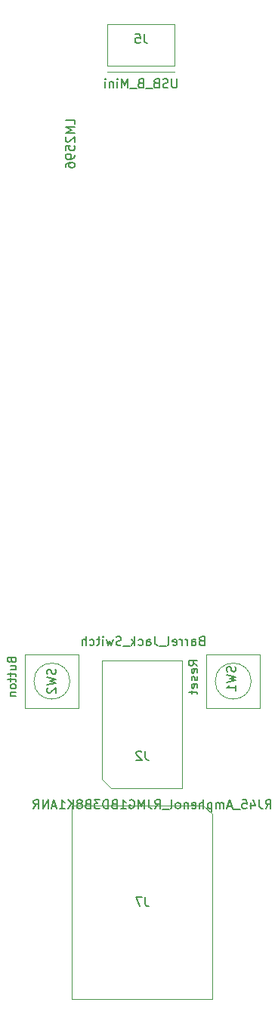
<source format=gbr>
%TF.GenerationSoftware,KiCad,Pcbnew,6.0.5-a6ca702e91~116~ubuntu20.04.1*%
%TF.CreationDate,2022-06-28T21:19:44+02:00*%
%TF.ProjectId,MCH-light,4d43482d-6c69-4676-9874-2e6b69636164,rev?*%
%TF.SameCoordinates,Original*%
%TF.FileFunction,AssemblyDrawing,Bot*%
%FSLAX46Y46*%
G04 Gerber Fmt 4.6, Leading zero omitted, Abs format (unit mm)*
G04 Created by KiCad (PCBNEW 6.0.5-a6ca702e91~116~ubuntu20.04.1) date 2022-06-28 21:19:44*
%MOMM*%
%LPD*%
G01*
G04 APERTURE LIST*
%ADD10C,0.150000*%
%ADD11C,0.100000*%
G04 APERTURE END LIST*
D10*
%TO.C,J2*%
X136571809Y-89082571D02*
X136428952Y-89130190D01*
X136381333Y-89177809D01*
X136333714Y-89273047D01*
X136333714Y-89415904D01*
X136381333Y-89511142D01*
X136428952Y-89558761D01*
X136524190Y-89606380D01*
X136905142Y-89606380D01*
X136905142Y-88606380D01*
X136571809Y-88606380D01*
X136476571Y-88654000D01*
X136428952Y-88701619D01*
X136381333Y-88796857D01*
X136381333Y-88892095D01*
X136428952Y-88987333D01*
X136476571Y-89034952D01*
X136571809Y-89082571D01*
X136905142Y-89082571D01*
X135476571Y-89606380D02*
X135476571Y-89082571D01*
X135524190Y-88987333D01*
X135619428Y-88939714D01*
X135809904Y-88939714D01*
X135905142Y-88987333D01*
X135476571Y-89558761D02*
X135571809Y-89606380D01*
X135809904Y-89606380D01*
X135905142Y-89558761D01*
X135952761Y-89463523D01*
X135952761Y-89368285D01*
X135905142Y-89273047D01*
X135809904Y-89225428D01*
X135571809Y-89225428D01*
X135476571Y-89177809D01*
X135000380Y-89606380D02*
X135000380Y-88939714D01*
X135000380Y-89130190D02*
X134952761Y-89034952D01*
X134905142Y-88987333D01*
X134809904Y-88939714D01*
X134714666Y-88939714D01*
X134381333Y-89606380D02*
X134381333Y-88939714D01*
X134381333Y-89130190D02*
X134333714Y-89034952D01*
X134286095Y-88987333D01*
X134190857Y-88939714D01*
X134095619Y-88939714D01*
X133381333Y-89558761D02*
X133476571Y-89606380D01*
X133667047Y-89606380D01*
X133762285Y-89558761D01*
X133809904Y-89463523D01*
X133809904Y-89082571D01*
X133762285Y-88987333D01*
X133667047Y-88939714D01*
X133476571Y-88939714D01*
X133381333Y-88987333D01*
X133333714Y-89082571D01*
X133333714Y-89177809D01*
X133809904Y-89273047D01*
X132762285Y-89606380D02*
X132857523Y-89558761D01*
X132905142Y-89463523D01*
X132905142Y-88606380D01*
X132619428Y-89701619D02*
X131857523Y-89701619D01*
X131333714Y-88606380D02*
X131333714Y-89320666D01*
X131381333Y-89463523D01*
X131476571Y-89558761D01*
X131619428Y-89606380D01*
X131714666Y-89606380D01*
X130428952Y-89606380D02*
X130428952Y-89082571D01*
X130476571Y-88987333D01*
X130571809Y-88939714D01*
X130762285Y-88939714D01*
X130857523Y-88987333D01*
X130428952Y-89558761D02*
X130524190Y-89606380D01*
X130762285Y-89606380D01*
X130857523Y-89558761D01*
X130905142Y-89463523D01*
X130905142Y-89368285D01*
X130857523Y-89273047D01*
X130762285Y-89225428D01*
X130524190Y-89225428D01*
X130428952Y-89177809D01*
X129524190Y-89558761D02*
X129619428Y-89606380D01*
X129809904Y-89606380D01*
X129905142Y-89558761D01*
X129952761Y-89511142D01*
X130000380Y-89415904D01*
X130000380Y-89130190D01*
X129952761Y-89034952D01*
X129905142Y-88987333D01*
X129809904Y-88939714D01*
X129619428Y-88939714D01*
X129524190Y-88987333D01*
X129095619Y-89606380D02*
X129095619Y-88606380D01*
X129000380Y-89225428D02*
X128714666Y-89606380D01*
X128714666Y-88939714D02*
X129095619Y-89320666D01*
X128524190Y-89701619D02*
X127762285Y-89701619D01*
X127571809Y-89558761D02*
X127428952Y-89606380D01*
X127190857Y-89606380D01*
X127095619Y-89558761D01*
X127048000Y-89511142D01*
X127000380Y-89415904D01*
X127000380Y-89320666D01*
X127048000Y-89225428D01*
X127095619Y-89177809D01*
X127190857Y-89130190D01*
X127381333Y-89082571D01*
X127476571Y-89034952D01*
X127524190Y-88987333D01*
X127571809Y-88892095D01*
X127571809Y-88796857D01*
X127524190Y-88701619D01*
X127476571Y-88654000D01*
X127381333Y-88606380D01*
X127143238Y-88606380D01*
X127000380Y-88654000D01*
X126667047Y-88939714D02*
X126476571Y-89606380D01*
X126286095Y-89130190D01*
X126095619Y-89606380D01*
X125905142Y-88939714D01*
X125524190Y-89606380D02*
X125524190Y-88939714D01*
X125524190Y-88606380D02*
X125571809Y-88654000D01*
X125524190Y-88701619D01*
X125476571Y-88654000D01*
X125524190Y-88606380D01*
X125524190Y-88701619D01*
X125190857Y-88939714D02*
X124809904Y-88939714D01*
X125048000Y-88606380D02*
X125048000Y-89463523D01*
X125000380Y-89558761D01*
X124905142Y-89606380D01*
X124809904Y-89606380D01*
X124048000Y-89558761D02*
X124143238Y-89606380D01*
X124333714Y-89606380D01*
X124428952Y-89558761D01*
X124476571Y-89511142D01*
X124524190Y-89415904D01*
X124524190Y-89130190D01*
X124476571Y-89034952D01*
X124428952Y-88987333D01*
X124333714Y-88939714D01*
X124143238Y-88939714D01*
X124048000Y-88987333D01*
X123619428Y-89606380D02*
X123619428Y-88606380D01*
X123190857Y-89606380D02*
X123190857Y-89082571D01*
X123238476Y-88987333D01*
X123333714Y-88939714D01*
X123476571Y-88939714D01*
X123571809Y-88987333D01*
X123619428Y-89034952D01*
X130269333Y-101443397D02*
X130269333Y-102157683D01*
X130316952Y-102300540D01*
X130412190Y-102395778D01*
X130555047Y-102443397D01*
X130650285Y-102443397D01*
X129840761Y-101538636D02*
X129793142Y-101491017D01*
X129697904Y-101443397D01*
X129459809Y-101443397D01*
X129364571Y-101491017D01*
X129316952Y-101538636D01*
X129269333Y-101633874D01*
X129269333Y-101729112D01*
X129316952Y-101871969D01*
X129888380Y-102443397D01*
X129269333Y-102443397D01*
%TO.C,U6*%
X122348380Y-31225333D02*
X122348380Y-30749142D01*
X121348380Y-30749142D01*
X122348380Y-31558666D02*
X121348380Y-31558666D01*
X122062666Y-31892000D01*
X121348380Y-32225333D01*
X122348380Y-32225333D01*
X121443619Y-32653904D02*
X121396000Y-32701523D01*
X121348380Y-32796761D01*
X121348380Y-33034857D01*
X121396000Y-33130095D01*
X121443619Y-33177714D01*
X121538857Y-33225333D01*
X121634095Y-33225333D01*
X121776952Y-33177714D01*
X122348380Y-32606285D01*
X122348380Y-33225333D01*
X121348380Y-34130095D02*
X121348380Y-33653904D01*
X121824571Y-33606285D01*
X121776952Y-33653904D01*
X121729333Y-33749142D01*
X121729333Y-33987238D01*
X121776952Y-34082476D01*
X121824571Y-34130095D01*
X121919809Y-34177714D01*
X122157904Y-34177714D01*
X122253142Y-34130095D01*
X122300761Y-34082476D01*
X122348380Y-33987238D01*
X122348380Y-33749142D01*
X122300761Y-33653904D01*
X122253142Y-33606285D01*
X122348380Y-34653904D02*
X122348380Y-34844380D01*
X122300761Y-34939619D01*
X122253142Y-34987238D01*
X122110285Y-35082476D01*
X121919809Y-35130095D01*
X121538857Y-35130095D01*
X121443619Y-35082476D01*
X121396000Y-35034857D01*
X121348380Y-34939619D01*
X121348380Y-34749142D01*
X121396000Y-34653904D01*
X121443619Y-34606285D01*
X121538857Y-34558666D01*
X121776952Y-34558666D01*
X121872190Y-34606285D01*
X121919809Y-34653904D01*
X121967428Y-34749142D01*
X121967428Y-34939619D01*
X121919809Y-35034857D01*
X121872190Y-35082476D01*
X121776952Y-35130095D01*
X121348380Y-35987238D02*
X121348380Y-35796761D01*
X121396000Y-35701523D01*
X121443619Y-35653904D01*
X121586476Y-35558666D01*
X121776952Y-35511047D01*
X122157904Y-35511047D01*
X122253142Y-35558666D01*
X122300761Y-35606285D01*
X122348380Y-35701523D01*
X122348380Y-35892000D01*
X122300761Y-35987238D01*
X122253142Y-36034857D01*
X122157904Y-36082476D01*
X121919809Y-36082476D01*
X121824571Y-36034857D01*
X121776952Y-35987238D01*
X121729333Y-35892000D01*
X121729333Y-35701523D01*
X121776952Y-35606285D01*
X121824571Y-35558666D01*
X121919809Y-35511047D01*
%TO.C,SW1*%
X136126380Y-91874921D02*
X135650190Y-91541588D01*
X136126380Y-91303493D02*
X135126380Y-91303493D01*
X135126380Y-91684445D01*
X135174000Y-91779683D01*
X135221619Y-91827302D01*
X135316857Y-91874921D01*
X135459714Y-91874921D01*
X135554952Y-91827302D01*
X135602571Y-91779683D01*
X135650190Y-91684445D01*
X135650190Y-91303493D01*
X136078761Y-92684445D02*
X136126380Y-92589207D01*
X136126380Y-92398731D01*
X136078761Y-92303493D01*
X135983523Y-92255874D01*
X135602571Y-92255874D01*
X135507333Y-92303493D01*
X135459714Y-92398731D01*
X135459714Y-92589207D01*
X135507333Y-92684445D01*
X135602571Y-92732064D01*
X135697809Y-92732064D01*
X135793047Y-92255874D01*
X136078761Y-93113017D02*
X136126380Y-93208255D01*
X136126380Y-93398731D01*
X136078761Y-93493969D01*
X135983523Y-93541588D01*
X135935904Y-93541588D01*
X135840666Y-93493969D01*
X135793047Y-93398731D01*
X135793047Y-93255874D01*
X135745428Y-93160636D01*
X135650190Y-93113017D01*
X135602571Y-93113017D01*
X135507333Y-93160636D01*
X135459714Y-93255874D01*
X135459714Y-93398731D01*
X135507333Y-93493969D01*
X136078761Y-94351112D02*
X136126380Y-94255874D01*
X136126380Y-94065397D01*
X136078761Y-93970159D01*
X135983523Y-93922540D01*
X135602571Y-93922540D01*
X135507333Y-93970159D01*
X135459714Y-94065397D01*
X135459714Y-94255874D01*
X135507333Y-94351112D01*
X135602571Y-94398731D01*
X135697809Y-94398731D01*
X135793047Y-93922540D01*
X135459714Y-94684445D02*
X135459714Y-95065397D01*
X135126380Y-94827302D02*
X135983523Y-94827302D01*
X136078761Y-94874921D01*
X136126380Y-94970159D01*
X136126380Y-95065397D01*
X140358761Y-91993683D02*
X140406380Y-92136540D01*
X140406380Y-92374636D01*
X140358761Y-92469874D01*
X140311142Y-92517493D01*
X140215904Y-92565112D01*
X140120666Y-92565112D01*
X140025428Y-92517493D01*
X139977809Y-92469874D01*
X139930190Y-92374636D01*
X139882571Y-92184159D01*
X139834952Y-92088921D01*
X139787333Y-92041302D01*
X139692095Y-91993683D01*
X139596857Y-91993683D01*
X139501619Y-92041302D01*
X139454000Y-92088921D01*
X139406380Y-92184159D01*
X139406380Y-92422255D01*
X139454000Y-92565112D01*
X139406380Y-92898445D02*
X140406380Y-93136540D01*
X139692095Y-93327017D01*
X140406380Y-93517493D01*
X139406380Y-93755588D01*
X140406380Y-94660350D02*
X140406380Y-94088921D01*
X140406380Y-94374636D02*
X139406380Y-94374636D01*
X139549238Y-94279397D01*
X139644476Y-94184159D01*
X139692095Y-94088921D01*
%TO.C,SW2*%
X115282571Y-91255874D02*
X115330190Y-91398731D01*
X115377809Y-91446350D01*
X115473047Y-91493969D01*
X115615904Y-91493969D01*
X115711142Y-91446350D01*
X115758761Y-91398731D01*
X115806380Y-91303493D01*
X115806380Y-90922540D01*
X114806380Y-90922540D01*
X114806380Y-91255874D01*
X114854000Y-91351112D01*
X114901619Y-91398731D01*
X114996857Y-91446350D01*
X115092095Y-91446350D01*
X115187333Y-91398731D01*
X115234952Y-91351112D01*
X115282571Y-91255874D01*
X115282571Y-90922540D01*
X115139714Y-92351112D02*
X115806380Y-92351112D01*
X115139714Y-91922540D02*
X115663523Y-91922540D01*
X115758761Y-91970159D01*
X115806380Y-92065397D01*
X115806380Y-92208255D01*
X115758761Y-92303493D01*
X115711142Y-92351112D01*
X115139714Y-92684445D02*
X115139714Y-93065397D01*
X114806380Y-92827302D02*
X115663523Y-92827302D01*
X115758761Y-92874921D01*
X115806380Y-92970159D01*
X115806380Y-93065397D01*
X115139714Y-93255874D02*
X115139714Y-93636826D01*
X114806380Y-93398731D02*
X115663523Y-93398731D01*
X115758761Y-93446350D01*
X115806380Y-93541588D01*
X115806380Y-93636826D01*
X115806380Y-94113017D02*
X115758761Y-94017778D01*
X115711142Y-93970159D01*
X115615904Y-93922540D01*
X115330190Y-93922540D01*
X115234952Y-93970159D01*
X115187333Y-94017778D01*
X115139714Y-94113017D01*
X115139714Y-94255874D01*
X115187333Y-94351112D01*
X115234952Y-94398731D01*
X115330190Y-94446350D01*
X115615904Y-94446350D01*
X115711142Y-94398731D01*
X115758761Y-94351112D01*
X115806380Y-94255874D01*
X115806380Y-94113017D01*
X115139714Y-94874921D02*
X115806380Y-94874921D01*
X115234952Y-94874921D02*
X115187333Y-94922540D01*
X115139714Y-95017778D01*
X115139714Y-95160636D01*
X115187333Y-95255874D01*
X115282571Y-95303493D01*
X115806380Y-95303493D01*
X120208761Y-92279683D02*
X120256380Y-92422540D01*
X120256380Y-92660636D01*
X120208761Y-92755874D01*
X120161142Y-92803493D01*
X120065904Y-92851112D01*
X119970666Y-92851112D01*
X119875428Y-92803493D01*
X119827809Y-92755874D01*
X119780190Y-92660636D01*
X119732571Y-92470159D01*
X119684952Y-92374921D01*
X119637333Y-92327302D01*
X119542095Y-92279683D01*
X119446857Y-92279683D01*
X119351619Y-92327302D01*
X119304000Y-92374921D01*
X119256380Y-92470159D01*
X119256380Y-92708255D01*
X119304000Y-92851112D01*
X119256380Y-93184445D02*
X120256380Y-93422540D01*
X119542095Y-93613017D01*
X120256380Y-93803493D01*
X119256380Y-94041588D01*
X119351619Y-94374921D02*
X119304000Y-94422540D01*
X119256380Y-94517778D01*
X119256380Y-94755874D01*
X119304000Y-94851112D01*
X119351619Y-94898731D01*
X119446857Y-94946350D01*
X119542095Y-94946350D01*
X119684952Y-94898731D01*
X120256380Y-94327302D01*
X120256380Y-94946350D01*
%TO.C,J5*%
X133817809Y-26133397D02*
X133817809Y-26942921D01*
X133770190Y-27038159D01*
X133722571Y-27085778D01*
X133627333Y-27133397D01*
X133436857Y-27133397D01*
X133341619Y-27085778D01*
X133294000Y-27038159D01*
X133246380Y-26942921D01*
X133246380Y-26133397D01*
X132817809Y-27085778D02*
X132674952Y-27133397D01*
X132436857Y-27133397D01*
X132341619Y-27085778D01*
X132294000Y-27038159D01*
X132246380Y-26942921D01*
X132246380Y-26847683D01*
X132294000Y-26752445D01*
X132341619Y-26704826D01*
X132436857Y-26657207D01*
X132627333Y-26609588D01*
X132722571Y-26561969D01*
X132770190Y-26514350D01*
X132817809Y-26419112D01*
X132817809Y-26323874D01*
X132770190Y-26228636D01*
X132722571Y-26181017D01*
X132627333Y-26133397D01*
X132389238Y-26133397D01*
X132246380Y-26181017D01*
X131484476Y-26609588D02*
X131341619Y-26657207D01*
X131294000Y-26704826D01*
X131246380Y-26800064D01*
X131246380Y-26942921D01*
X131294000Y-27038159D01*
X131341619Y-27085778D01*
X131436857Y-27133397D01*
X131817809Y-27133397D01*
X131817809Y-26133397D01*
X131484476Y-26133397D01*
X131389238Y-26181017D01*
X131341619Y-26228636D01*
X131294000Y-26323874D01*
X131294000Y-26419112D01*
X131341619Y-26514350D01*
X131389238Y-26561969D01*
X131484476Y-26609588D01*
X131817809Y-26609588D01*
X131055904Y-27228636D02*
X130294000Y-27228636D01*
X129722571Y-26609588D02*
X129579714Y-26657207D01*
X129532095Y-26704826D01*
X129484476Y-26800064D01*
X129484476Y-26942921D01*
X129532095Y-27038159D01*
X129579714Y-27085778D01*
X129674952Y-27133397D01*
X130055904Y-27133397D01*
X130055904Y-26133397D01*
X129722571Y-26133397D01*
X129627333Y-26181017D01*
X129579714Y-26228636D01*
X129532095Y-26323874D01*
X129532095Y-26419112D01*
X129579714Y-26514350D01*
X129627333Y-26561969D01*
X129722571Y-26609588D01*
X130055904Y-26609588D01*
X129294000Y-27228636D02*
X128532095Y-27228636D01*
X128294000Y-27133397D02*
X128294000Y-26133397D01*
X127960666Y-26847683D01*
X127627333Y-26133397D01*
X127627333Y-27133397D01*
X127151142Y-27133397D02*
X127151142Y-26466731D01*
X127151142Y-26133397D02*
X127198761Y-26181017D01*
X127151142Y-26228636D01*
X127103523Y-26181017D01*
X127151142Y-26133397D01*
X127151142Y-26228636D01*
X126674952Y-26466731D02*
X126674952Y-27133397D01*
X126674952Y-26561969D02*
X126627333Y-26514350D01*
X126532095Y-26466731D01*
X126389238Y-26466731D01*
X126294000Y-26514350D01*
X126246380Y-26609588D01*
X126246380Y-27133397D01*
X125770190Y-27133397D02*
X125770190Y-26466731D01*
X125770190Y-26133397D02*
X125817809Y-26181017D01*
X125770190Y-26228636D01*
X125722571Y-26181017D01*
X125770190Y-26133397D01*
X125770190Y-26228636D01*
X130127333Y-21133397D02*
X130127333Y-21847683D01*
X130174952Y-21990540D01*
X130270190Y-22085778D01*
X130413047Y-22133397D01*
X130508285Y-22133397D01*
X129174952Y-21133397D02*
X129651142Y-21133397D01*
X129698761Y-21609588D01*
X129651142Y-21561969D01*
X129555904Y-21514350D01*
X129317809Y-21514350D01*
X129222571Y-21561969D01*
X129174952Y-21609588D01*
X129127333Y-21704826D01*
X129127333Y-21942921D01*
X129174952Y-22038159D01*
X129222571Y-22085778D01*
X129317809Y-22133397D01*
X129555904Y-22133397D01*
X129651142Y-22085778D01*
X129698761Y-22038159D01*
%TO.C,J7*%
X143754476Y-107894380D02*
X144087809Y-107418190D01*
X144325904Y-107894380D02*
X144325904Y-106894380D01*
X143944952Y-106894380D01*
X143849714Y-106942000D01*
X143802095Y-106989619D01*
X143754476Y-107084857D01*
X143754476Y-107227714D01*
X143802095Y-107322952D01*
X143849714Y-107370571D01*
X143944952Y-107418190D01*
X144325904Y-107418190D01*
X143040190Y-106894380D02*
X143040190Y-107608666D01*
X143087809Y-107751523D01*
X143183047Y-107846761D01*
X143325904Y-107894380D01*
X143421142Y-107894380D01*
X142135428Y-107227714D02*
X142135428Y-107894380D01*
X142373523Y-106846761D02*
X142611619Y-107561047D01*
X141992571Y-107561047D01*
X141135428Y-106894380D02*
X141611619Y-106894380D01*
X141659238Y-107370571D01*
X141611619Y-107322952D01*
X141516380Y-107275333D01*
X141278285Y-107275333D01*
X141183047Y-107322952D01*
X141135428Y-107370571D01*
X141087809Y-107465809D01*
X141087809Y-107703904D01*
X141135428Y-107799142D01*
X141183047Y-107846761D01*
X141278285Y-107894380D01*
X141516380Y-107894380D01*
X141611619Y-107846761D01*
X141659238Y-107799142D01*
X140897333Y-107989619D02*
X140135428Y-107989619D01*
X139944952Y-107608666D02*
X139468761Y-107608666D01*
X140040190Y-107894380D02*
X139706857Y-106894380D01*
X139373523Y-107894380D01*
X139040190Y-107894380D02*
X139040190Y-107227714D01*
X139040190Y-107322952D02*
X138992571Y-107275333D01*
X138897333Y-107227714D01*
X138754476Y-107227714D01*
X138659238Y-107275333D01*
X138611619Y-107370571D01*
X138611619Y-107894380D01*
X138611619Y-107370571D02*
X138564000Y-107275333D01*
X138468761Y-107227714D01*
X138325904Y-107227714D01*
X138230666Y-107275333D01*
X138183047Y-107370571D01*
X138183047Y-107894380D01*
X137706857Y-107227714D02*
X137706857Y-108227714D01*
X137706857Y-107275333D02*
X137611619Y-107227714D01*
X137421142Y-107227714D01*
X137325904Y-107275333D01*
X137278285Y-107322952D01*
X137230666Y-107418190D01*
X137230666Y-107703904D01*
X137278285Y-107799142D01*
X137325904Y-107846761D01*
X137421142Y-107894380D01*
X137611619Y-107894380D01*
X137706857Y-107846761D01*
X136802095Y-107894380D02*
X136802095Y-106894380D01*
X136373523Y-107894380D02*
X136373523Y-107370571D01*
X136421142Y-107275333D01*
X136516380Y-107227714D01*
X136659238Y-107227714D01*
X136754476Y-107275333D01*
X136802095Y-107322952D01*
X135516380Y-107846761D02*
X135611619Y-107894380D01*
X135802095Y-107894380D01*
X135897333Y-107846761D01*
X135944952Y-107751523D01*
X135944952Y-107370571D01*
X135897333Y-107275333D01*
X135802095Y-107227714D01*
X135611619Y-107227714D01*
X135516380Y-107275333D01*
X135468761Y-107370571D01*
X135468761Y-107465809D01*
X135944952Y-107561047D01*
X135040190Y-107227714D02*
X135040190Y-107894380D01*
X135040190Y-107322952D02*
X134992571Y-107275333D01*
X134897333Y-107227714D01*
X134754476Y-107227714D01*
X134659238Y-107275333D01*
X134611619Y-107370571D01*
X134611619Y-107894380D01*
X133992571Y-107894380D02*
X134087809Y-107846761D01*
X134135428Y-107799142D01*
X134183047Y-107703904D01*
X134183047Y-107418190D01*
X134135428Y-107322952D01*
X134087809Y-107275333D01*
X133992571Y-107227714D01*
X133849714Y-107227714D01*
X133754476Y-107275333D01*
X133706857Y-107322952D01*
X133659238Y-107418190D01*
X133659238Y-107703904D01*
X133706857Y-107799142D01*
X133754476Y-107846761D01*
X133849714Y-107894380D01*
X133992571Y-107894380D01*
X133087809Y-107894380D02*
X133183047Y-107846761D01*
X133230666Y-107751523D01*
X133230666Y-106894380D01*
X132944952Y-107989619D02*
X132183047Y-107989619D01*
X131373523Y-107894380D02*
X131706857Y-107418190D01*
X131944952Y-107894380D02*
X131944952Y-106894380D01*
X131564000Y-106894380D01*
X131468761Y-106942000D01*
X131421142Y-106989619D01*
X131373523Y-107084857D01*
X131373523Y-107227714D01*
X131421142Y-107322952D01*
X131468761Y-107370571D01*
X131564000Y-107418190D01*
X131944952Y-107418190D01*
X130659238Y-106894380D02*
X130659238Y-107608666D01*
X130706857Y-107751523D01*
X130802095Y-107846761D01*
X130944952Y-107894380D01*
X131040190Y-107894380D01*
X130183047Y-107894380D02*
X130183047Y-106894380D01*
X129849714Y-107608666D01*
X129516380Y-106894380D01*
X129516380Y-107894380D01*
X128516380Y-106942000D02*
X128611619Y-106894380D01*
X128754476Y-106894380D01*
X128897333Y-106942000D01*
X128992571Y-107037238D01*
X129040190Y-107132476D01*
X129087809Y-107322952D01*
X129087809Y-107465809D01*
X129040190Y-107656285D01*
X128992571Y-107751523D01*
X128897333Y-107846761D01*
X128754476Y-107894380D01*
X128659238Y-107894380D01*
X128516380Y-107846761D01*
X128468761Y-107799142D01*
X128468761Y-107465809D01*
X128659238Y-107465809D01*
X127516380Y-107894380D02*
X128087809Y-107894380D01*
X127802095Y-107894380D02*
X127802095Y-106894380D01*
X127897333Y-107037238D01*
X127992571Y-107132476D01*
X128087809Y-107180095D01*
X126754476Y-107370571D02*
X126611619Y-107418190D01*
X126564000Y-107465809D01*
X126516380Y-107561047D01*
X126516380Y-107703904D01*
X126564000Y-107799142D01*
X126611619Y-107846761D01*
X126706857Y-107894380D01*
X127087809Y-107894380D01*
X127087809Y-106894380D01*
X126754476Y-106894380D01*
X126659238Y-106942000D01*
X126611619Y-106989619D01*
X126564000Y-107084857D01*
X126564000Y-107180095D01*
X126611619Y-107275333D01*
X126659238Y-107322952D01*
X126754476Y-107370571D01*
X127087809Y-107370571D01*
X126087809Y-107894380D02*
X126087809Y-106894380D01*
X125849714Y-106894380D01*
X125706857Y-106942000D01*
X125611619Y-107037238D01*
X125564000Y-107132476D01*
X125516380Y-107322952D01*
X125516380Y-107465809D01*
X125564000Y-107656285D01*
X125611619Y-107751523D01*
X125706857Y-107846761D01*
X125849714Y-107894380D01*
X126087809Y-107894380D01*
X125183047Y-106894380D02*
X124564000Y-106894380D01*
X124897333Y-107275333D01*
X124754476Y-107275333D01*
X124659238Y-107322952D01*
X124611619Y-107370571D01*
X124564000Y-107465809D01*
X124564000Y-107703904D01*
X124611619Y-107799142D01*
X124659238Y-107846761D01*
X124754476Y-107894380D01*
X125040190Y-107894380D01*
X125135428Y-107846761D01*
X125183047Y-107799142D01*
X123802095Y-107370571D02*
X123659238Y-107418190D01*
X123611619Y-107465809D01*
X123564000Y-107561047D01*
X123564000Y-107703904D01*
X123611619Y-107799142D01*
X123659238Y-107846761D01*
X123754476Y-107894380D01*
X124135428Y-107894380D01*
X124135428Y-106894380D01*
X123802095Y-106894380D01*
X123706857Y-106942000D01*
X123659238Y-106989619D01*
X123611619Y-107084857D01*
X123611619Y-107180095D01*
X123659238Y-107275333D01*
X123706857Y-107322952D01*
X123802095Y-107370571D01*
X124135428Y-107370571D01*
X122992571Y-107322952D02*
X123087809Y-107275333D01*
X123135428Y-107227714D01*
X123183047Y-107132476D01*
X123183047Y-107084857D01*
X123135428Y-106989619D01*
X123087809Y-106942000D01*
X122992571Y-106894380D01*
X122802095Y-106894380D01*
X122706857Y-106942000D01*
X122659238Y-106989619D01*
X122611619Y-107084857D01*
X122611619Y-107132476D01*
X122659238Y-107227714D01*
X122706857Y-107275333D01*
X122802095Y-107322952D01*
X122992571Y-107322952D01*
X123087809Y-107370571D01*
X123135428Y-107418190D01*
X123183047Y-107513428D01*
X123183047Y-107703904D01*
X123135428Y-107799142D01*
X123087809Y-107846761D01*
X122992571Y-107894380D01*
X122802095Y-107894380D01*
X122706857Y-107846761D01*
X122659238Y-107799142D01*
X122611619Y-107703904D01*
X122611619Y-107513428D01*
X122659238Y-107418190D01*
X122706857Y-107370571D01*
X122802095Y-107322952D01*
X122183047Y-107894380D02*
X122183047Y-106894380D01*
X121611619Y-107894380D02*
X122040190Y-107322952D01*
X121611619Y-106894380D02*
X122183047Y-107465809D01*
X120659238Y-107894380D02*
X121230666Y-107894380D01*
X120944952Y-107894380D02*
X120944952Y-106894380D01*
X121040190Y-107037238D01*
X121135428Y-107132476D01*
X121230666Y-107180095D01*
X120278285Y-107608666D02*
X119802095Y-107608666D01*
X120373523Y-107894380D02*
X120040190Y-106894380D01*
X119706857Y-107894380D01*
X119373523Y-107894380D02*
X119373523Y-106894380D01*
X118802095Y-107894380D01*
X118802095Y-106894380D01*
X117754476Y-107894380D02*
X118087809Y-107418190D01*
X118325904Y-107894380D02*
X118325904Y-106894380D01*
X117944952Y-106894380D01*
X117849714Y-106942000D01*
X117802095Y-106989619D01*
X117754476Y-107084857D01*
X117754476Y-107227714D01*
X117802095Y-107322952D01*
X117849714Y-107370571D01*
X117944952Y-107418190D01*
X118325904Y-107418190D01*
X130254333Y-117836380D02*
X130254333Y-118550666D01*
X130301952Y-118693523D01*
X130397190Y-118788761D01*
X130540047Y-118836380D01*
X130635285Y-118836380D01*
X129873380Y-117836380D02*
X129206714Y-117836380D01*
X129635285Y-118836380D01*
D11*
%TO.C,J2*%
X134436000Y-105591017D02*
X134436000Y-91291017D01*
X134436000Y-105591017D02*
X126436000Y-105591017D01*
X134436000Y-91291017D02*
X125436000Y-91291017D01*
X125436000Y-91291017D02*
X125436000Y-104591017D01*
X125436000Y-104591017D02*
X126436000Y-105591017D01*
%TO.C,SW1*%
X137124000Y-90613017D02*
X137124000Y-96613017D01*
X143124000Y-96613017D02*
X143124000Y-93613017D01*
X137124000Y-96613017D02*
X143124000Y-96613017D01*
X143124000Y-93613017D02*
X143124000Y-90613017D01*
X143124000Y-90613017D02*
X137124000Y-90613017D01*
X142139564Y-93613017D02*
G75*
G03*
X142139564Y-93613017I-2015564J0D01*
G01*
%TO.C,SW2*%
X122804000Y-90613017D02*
X116804000Y-90613017D01*
X122804000Y-93613017D02*
X122804000Y-90613017D01*
X122804000Y-96613017D02*
X122804000Y-93613017D01*
X116804000Y-90613017D02*
X116804000Y-96613017D01*
X116804000Y-96613017D02*
X122804000Y-96613017D01*
X121819564Y-93613017D02*
G75*
G03*
X121819564Y-93613017I-2015564J0D01*
G01*
%TO.C,J5*%
X133544000Y-20031017D02*
X126044000Y-20031017D01*
X133544000Y-25331017D02*
X126044000Y-25331017D01*
X126044000Y-20031017D02*
X126044000Y-24631017D01*
X133544000Y-24631017D02*
X126044000Y-24631017D01*
X133544000Y-20031017D02*
X133544000Y-24631017D01*
%TO.C,J7*%
X137796000Y-108524000D02*
X136796000Y-107524000D01*
X122046000Y-129244000D02*
X137796000Y-129244000D01*
X136796000Y-107524000D02*
X122046000Y-107524000D01*
X137796000Y-129244000D02*
X137796000Y-108524000D01*
X122046000Y-107524000D02*
X122046000Y-129244000D01*
%TD*%
M02*

</source>
